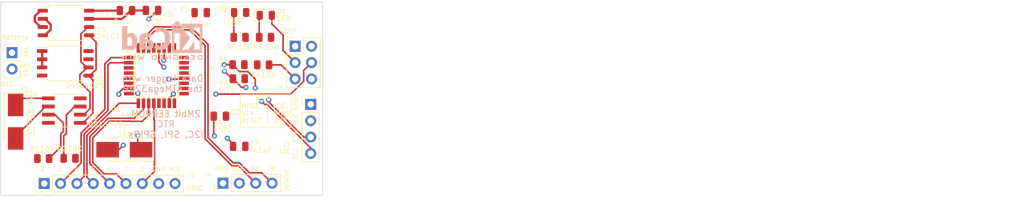
<source format=kicad_pcb>
(kicad_pcb (version 20211014) (generator pcbnew)
  (title_block (title "${project_name}") (date "2022-01-25") (rev "1") (comment 2 "2-Layer PCB"))
  (layers (0 "F.Cu" mixed) (1 "In1.Cu" mixed) (2 "In2.Cu" mixed) (31 "B.Cu" mixed) (34 "B.Paste" user) (35 "F.Paste" user) (36 "B.SilkS" user "B.Silkscreen") (37 "F.SilkS" user "F.Silkscreen") (38 "B.Mask" user) (39 "F.Mask" user) (44 "Edge.Cuts" user))
  (property "project_name" "MCU Datalogger with memory and clock")
  (net 0 "")
  (net 1 "GND")
  (net 2 "/Vcc")
  (net 3 "Net-(C2-Pad2)")
  (net 4 "Net-(C3-Pad2)")
  (net 5 "Net-(C4-Pad2)")
  (net 6 "Net-(D1-Pad1)")
  (net 7 "/SCK")
  (net 8 "Net-(D2-Pad1)")
  (net 9 "/D2")
  (net 10 "/D3")
  (net 11 "/D4")
  (net 12 "/D5")
  (net 13 "/D6")
  (net 14 "/D7")
  (net 15 "/D8")
  (net 16 "/SDA")
  (net 17 "/SCL")
  (net 18 "/MOSI")
  (net 19 "/RESET")
  (net 20 "/RX")
  (net 21 "/TX")
  (net 22 "Net-(R1-Pad2)")
  (net 23 "Net-(R2-Pad2)")
  (net 24 "Net-(U2-Pad1)")
  (net 25 "Net-(U2-Pad2)")
  (net 29 "/MISO")
  (footprint "Resistor_SMD:R_0805_2012Metric" (layer "F.Cu") (at 115.1909 85.8012 180)
    (fp_text reference "R4" (at 2.4403 0.8382) (layer "F.SilkS") (effects (font (size 0.7 0.7) (thickness 0.1))))
    (fp_text value "4.7K" (at 3.1007 -0.6604) (layer "F.SilkS") (effects (font (size 0.8 0.8) (thickness 0.1))))
    (pad "1" smd roundrect (at -0.9125 0 180) (size 1.025 1.4) (layers "F.Cu" "F.Paste" "F.Mask") (roundrect_rratio 0.243902439) (net 2 "/Vcc"))
    (pad "2" smd roundrect (at 0.9125 0 180) (size 1.025 1.4) (layers "F.Cu" "F.Paste" "F.Mask") (roundrect_rratio 0.243902439) (net 16 "/SDA"))
  )
  (footprint "Resistor_SMD:R_0805_2012Metric" (layer "F.Cu") (at 88.9508 100.3554 180)
    (fp_text reference "R2" (at 1.2446 1.4478) (layer "F.SilkS") (effects (font (size 0.7 0.7) (thickness 0.1))))
    (fp_text value "10K" (at -0.8382 1.4986) (layer "F.SilkS") (effects (font (size 0.8 0.8) (thickness 0.1))))
    (pad "1" smd roundrect (at -0.9125 0 180) (size 1.025 1.4) (layers "F.Cu" "F.Paste" "F.Mask") (roundrect_rratio 0.243902439) (net 2 "/Vcc"))
    (pad "2" smd roundrect (at 0.9125 0 180) (size 1.025 1.4) (layers "F.Cu" "F.Paste" "F.Mask") (roundrect_rratio 0.243902439) (net 23 "Net-(R2-Pad2)"))
  )
  (footprint "Resistor_SMD:R_0805_2012Metric" (layer "F.Cu") (at 115.3668 81.5594)
    (fp_text reference "R7" (at -1.2446 1.5494) (layer "F.SilkS") (effects (font (size 0.7 0.7) (thickness 0.1))))
    (fp_text value "330" (at 0.762 1.5494) (layer "F.SilkS") (effects (font (size 0.8 0.8) (thickness 0.1))))
    (pad "1" smd roundrect (at -0.9125 0) (size 1.025 1.4) (layers "F.Cu" "F.Paste" "F.Mask") (roundrect_rratio 0.243902439) (net 8 "Net-(D2-Pad1)"))
    (pad "2" smd roundrect (at 0.9125 0) (size 1.025 1.4) (layers "F.Cu" "F.Paste" "F.Mask") (roundrect_rratio 0.243902439) (net 1 "GND"))
  )
  (footprint "Resistor_SMD:R_0805_2012Metric" (layer "F.Cu") (at 119.3292 81.5594 180)
    (fp_text reference "R5" (at 1.0668 -1.524) (layer "F.SilkS") (effects (font (size 0.7 0.7) (thickness 0.1))))
    (fp_text value "330" (at -0.9906 -1.524) (layer "F.SilkS") (effects (font (size 0.8 0.8) (thickness 0.1))))
    (pad "1" smd roundrect (at -0.9125 0 180) (size 1.025 1.4) (layers "F.Cu" "F.Paste" "F.Mask") (roundrect_rratio 0.243902439) (net 1 "GND"))
    (pad "2" smd roundrect (at 0.9125 0 180) (size 1.025 1.4) (layers "F.Cu" "F.Paste" "F.Mask") (roundrect_rratio 0.243902439) (net 6 "Net-(D1-Pad1)"))
  )
  (footprint "MountingHole:MountingHole_2.1mm" (layer "F.Cu") (at 126.0348 103.8606)
    (fp_text reference "H2" hide)
    (fp_text value "MountingHole" hide)
    (pad "" np_thru_hole circle (at 0 0) (size 2.1 2.1) (drill 2.1) (layers *.Cu *.Mask))
  )
  (footprint "Capacitor_SMD:C_0805_2012Metric" (layer "F.Cu") (at 112.2934 93.8022 180)
    (fp_text reference "C2" (at -2.3978 0.5842) (layer "F.SilkS") (effects (font (size 0.7 0.7) (thickness 0.1))))
    (fp_text value "22pF" (at -0.4826 -1.5748) (layer "F.SilkS") (effects (font (size 0.8 0.8) (thickness 0.1))))
    (pad "1" smd roundrect (at -0.95 0 180) (size 1 1.45) (layers "F.Cu" "F.Paste" "F.Mask") (net 1 "GND"))
    (pad "2" smd roundrect (at 0.95 0 180) (size 1 1.45) (layers "F.Cu" "F.Paste" "F.Mask") (net 3 "Net-(C2-Pad2)"))
  )
  (footprint "LED_SMD:LED_0805_2012Metric" (layer "F.Cu") (at 115.443 77.6986)
    (fp_text reference "D2" (at -2.5654 -0.4826) (layer "F.SilkS") (effects (font (size 0.7 0.7) (thickness 0.1))))
    (fp_text value "LED" (at -0.9144 1.6256) (layer "F.SilkS") (effects (font (size 0.8 0.8) (thickness 0.1))))
    (pad "1" smd roundrect (at -0.9375 0) (size 0.975 1.4) (layers "F.Cu" "F.Paste" "F.Mask") (net 8 "Net-(D2-Pad1)"))
    (pad "2" smd roundrect (at 0.9375 0) (size 0.975 1.4) (layers "F.Cu" "F.Paste" "F.Mask") (net 2 "/Vcc"))
  )
  (footprint "Connector_PinHeader_2.54mm:PinHeader_1x04_P2.54mm_Vertical" (layer "F.Cu") (at 112.786 104.2162 90)
    (fp_text reference "J4" (at 1.2954 -2.4738 180) (layer "F.SilkS") (effects (font (size 0.7 0.7) (thickness 0.1))))
    (fp_text value "Conn_01x04_Male" hide)
    (pad "1" thru_hole rect (at 0 0 90) (size 1.7 1.7) (drill 1) (layers *.Cu *.Mask) (net 1 "GND"))
    (pad "2" thru_hole oval (at 0 2.54 90) (size 1.7 1.7) (drill 1) (layers *.Cu *.Mask) (net 2 "/Vcc"))
    (pad "3" thru_hole oval (at 0 5.08 90) (size 1.7 1.7) (drill 1) (layers *.Cu *.Mask) (net 20 "/RX"))
    (pad "4" thru_hole oval (at 0 7.62 90) (size 1.7 1.7) (drill 1) (layers *.Cu *.Mask) (net 21 "/TX"))
  )
  (footprint "Package_SO:SOIC-8_5.23x5.23mm_P1.27mm" (layer "F.Cu") (at 88.2904 85.598)
    (fp_text reference "U1" (at 5.3594 2.4638) (layer "F.SilkS") (effects (font (size 0.7 0.7) (thickness 0.1))))
    (fp_text value "24LC1025" (at 3.048 3.4544) (layer "F.SilkS") (effects (font (size 0.8 0.8) (thickness 0.1))))
    (pad "1" smd roundrect (at -3.6 -1.905) (size 1.6 0.6) (layers "F.Cu" "F.Paste" "F.Mask") (net 2 "/Vcc"))
    (pad "2" smd roundrect (at -3.6 -0.635) (size 1.6 0.6) (layers "F.Cu" "F.Paste" "F.Mask") (net 2 "/Vcc"))
    (pad "3" smd roundrect (at -3.6 0.635) (size 1.6 0.6) (layers "F.Cu" "F.Paste" "F.Mask") (net 2 "/Vcc"))
    (pad "4" smd roundrect (at -3.6 1.905) (size 1.6 0.6) (layers "F.Cu" "F.Paste" "F.Mask") (net 1 "GND"))
    (pad "5" smd roundrect (at 3.6 1.905) (size 1.6 0.6) (layers "F.Cu" "F.Paste" "F.Mask") (net 16 "/SDA"))
    (pad "6" smd roundrect (at 3.6 0.635) (size 1.6 0.6) (layers "F.Cu" "F.Paste" "F.Mask") (net 17 "/SCL"))
    (pad "7" smd roundrect (at 3.6 -0.635) (size 1.6 0.6) (layers "F.Cu" "F.Paste" "F.Mask") (net 1 "GND"))
    (pad "8" smd roundrect (at 3.6 -1.905) (size 1.6 0.6) (layers "F.Cu" "F.Paste" "F.Mask") (net 2 "/Vcc"))
  )
  (footprint "Crystal:Crystal_SMD_5032-2Pin_5.0x3.2mm_HandSoldering" (layer "F.Cu") (at 80.5688 94.6658 -90)
    (fp_text reference "Y1" (at -5.08 -1.4478 180) (layer "F.SilkS") (effects (font (size 0.7 0.7) (thickness 0.1))))
    (fp_text value "32.768 KHz" (at -1.3208 -2.5146 90) (layer "F.SilkS") (effects (font (size 0.8 0.8) (thickness 0.1))))
    (pad "1" smd rect (at -2.6 0 270) (size 3.5 2.4) (layers "F.Cu" "F.Paste" "F.Mask") (net 24 "Net-(U2-Pad1)"))
    (pad "2" smd rect (at 2.6 0 270) (size 3.5 2.4) (layers "F.Cu" "F.Paste" "F.Mask") (net 25 "Net-(U2-Pad2)"))
  )
  (footprint "Connector_PinHeader_2.54mm:PinHeader_1x09_P2.54mm_Vertical" (layer "F.Cu") (at 85.0138 104.267 90)
    (fp_text reference "J1" (at 1.2192 22.8346 180) (layer "F.SilkS") (effects (font (size 0.7 0.7) (thickness 0.1))))
    (fp_text value "Conn_01x09_Male" hide)
    (pad "1" thru_hole rect (at 0 0 90) (size 1.7 1.7) (drill 1) (layers *.Cu *.Mask) (net 9 "/D2"))
    (pad "2" thru_hole oval (at 0 2.54 90) (size 1.7 1.7) (drill 1) (layers *.Cu *.Mask) (net 10 "/D3"))
    (pad "3" thru_hole oval (at 0 5.08 90) (size 1.7 1.7) (drill 1) (layers *.Cu *.Mask) (net 11 "/D4"))
    (pad "4" thru_hole oval (at 0 7.62 90) (size 1.7 1.7) (drill 1) (layers *.Cu *.Mask) (net 12 "/D5"))
    (pad "5" thru_hole oval (at 0 10.16 90) (size 1.7 1.7) (drill 1) (layers *.Cu *.Mask) (net 13 "/D6"))
    (pad "6" thru_hole oval (at 0 12.7 90) (size 1.7 1.7) (drill 1) (layers *.Cu *.Mask) (net 14 "/D7"))
    (pad "7" thru_hole oval (at 0 15.24 90) (size 1.7 1.7) (drill 1) (layers *.Cu *.Mask) (net 15 "/D8"))
    (pad "8" thru_hole oval (at 0 17.78 90) (size 1.7 1.7) (drill 1) (layers *.Cu *.Mask) (net 1 "GND"))
    (pad "9" thru_hole oval (at 0 20.32 90) (size 1.7 1.7) (drill 1) (layers *.Cu *.Mask) (net 2 "/Vcc"))
  )
  (footprint "Footprints:QFP80P900X900X120-32N" (layer "F.Cu") (at 102.4382 87.503)
    (fp_text reference "U4" (at -6.35 5.1816) (layer "F.SilkS") (effects (font (size 0.7 0.7) (thickness 0.1))))
    (fp_text value "ATMEGA328P-AU" (at -0.508 6.1214) (layer "F.SilkS") (effects (font (size 0.8 0.8) (thickness 0.1))))
    (pad "1" smd rect locked (at -4.3 -2.8) (size 1.5 0.55) (layers "F.Cu" "F.Paste" "F.Mask") (net 10 "/D3"))
    (pad "2" smd rect locked (at -4.3 -2) (size 1.5 0.55) (layers "F.Cu" "F.Paste" "F.Mask") (net 11 "/D4"))
    (pad "3" smd rect locked (at -4.3 -1.2) (size 1.5 0.55) (layers "F.Cu" "F.Paste" "F.Mask") (net 1 "GND"))
    (pad "4" smd rect locked (at -4.3 -0.4) (size 1.5 0.55) (layers "F.Cu" "F.Paste" "F.Mask") (net 2 "/Vcc"))
    (pad "5" smd rect locked (at -4.3 0.4) (size 1.5 0.55) (layers "F.Cu" "F.Paste" "F.Mask") (net 1 "GND"))
    (pad "6" smd rect locked (at -4.3 1.2) (size 1.5 0.55) (layers "F.Cu" "F.Paste" "F.Mask"))
    (pad "7" smd rect locked (at -4.3 2) (size 1.5 0.55) (layers "F.Cu" "F.Paste" "F.Mask") (net 3 "Net-(C2-Pad2)"))
    (pad "8" smd rect locked (at -4.3 2.8) (size 1.5 0.55) (layers "F.Cu" "F.Paste" "F.Mask") (net 4 "Net-(C3-Pad2)"))
    (pad "9" smd rect locked (at -2.8 4.3) (size 0.55 1.5) (layers "F.Cu" "F.Paste" "F.Mask") (net 12 "/D5"))
    (pad "10" smd rect locked (at -2 4.3) (size 0.55 1.5) (layers "F.Cu" "F.Paste" "F.Mask") (net 13 "/D6"))
    (pad "11" smd rect locked (at -1.2 4.3) (size 0.55 1.5) (layers "F.Cu" "F.Paste" "F.Mask") (net 14 "/D7"))
    (pad "12" smd rect locked (at -0.4 4.3) (size 0.55 1.5) (layers "F.Cu" "F.Paste" "F.Mask") (net 15 "/D8"))
    (pad "13" smd rect locked (at 0.4 4.3) (size 0.55 1.5) (layers "F.Cu" "F.Paste" "F.Mask"))
    (pad "14" smd rect locked (at 1.2 4.3) (size 0.55 1.5) (layers "F.Cu" "F.Paste" "F.Mask"))
    (pad "15" smd rect locked (at 2 4.3) (size 0.55 1.5) (layers "F.Cu" "F.Paste" "F.Mask") (net 18 "/MOSI"))
    (pad "16" smd rect locked (at 2.8 4.3) (size 0.55 1.5) (layers "F.Cu" "F.Paste" "F.Mask") (net 29 "/MISO"))
    (pad "17" smd rect locked (at 4.3 2.8) (size 1.5 0.55) (layers "F.Cu" "F.Paste" "F.Mask") (net 7 "/SCK"))
    (pad "18" smd rect locked (at 4.3 2) (size 1.5 0.55) (layers "F.Cu" "F.Paste" "F.Mask") (net 2 "/Vcc"))
    (pad "19" smd rect locked (at 4.3 1.2) (size 1.5 0.55) (layers "F.Cu" "F.Paste" "F.Mask"))
    (pad "20" smd rect locked (at 4.3 0.4) (size 1.5 0.55) (layers "F.Cu" "F.Paste" "F.Mask") (net 5 "Net-(C4-Pad2)"))
    (pad "21" smd rect locked (at 4.3 -0.4) (size 1.5 0.55) (layers "F.Cu" "F.Paste" "F.Mask") (net 1 "GND"))
    (pad "22" smd rect locked (at 4.3 -1.2) (size 1.5 0.55) (layers "F.Cu" "F.Paste" "F.Mask"))
    (pad "23" smd rect locked (at 4.3 -2) (size 1.5 0.55) (layers "F.Cu" "F.Paste" "F.Mask"))
    (pad "24" smd rect locked (at 4.3 -2.8) (size 1.5 0.55) (layers "F.Cu" "F.Paste" "F.Mask"))
    (pad "25" smd rect locked (at 2.8 -4.3) (size 0.55 1.5) (layers "F.Cu" "F.Paste" "F.Mask"))
    (pad "26" smd rect locked (at 2 -4.3) (size 0.55 1.5) (layers "F.Cu" "F.Paste" "F.Mask"))
    (pad "27" smd rect locked (at 1.2 -4.3) (size 0.55 1.5) (layers "F.Cu" "F.Paste" "F.Mask") (net 16 "/SDA"))
    (pad "28" smd rect locked (at 0.4 -4.3) (size 0.55 1.5) (layers "F.Cu" "F.Paste" "F.Mask") (net 17 "/SCL"))
    (pad "29" smd rect locked (at -0.4 -4.3) (size 0.55 1.5) (layers "F.Cu" "F.Paste" "F.Mask") (net 19 "/RESET"))
    (pad "30" smd rect locked (at -1.2 -4.3) (size 0.55 1.5) (layers "F.Cu" "F.Paste" "F.Mask") (net 20 "/RX"))
    (pad "31" smd rect locked (at -2 -4.3) (size 0.55 1.5) (layers "F.Cu" "F.Paste" "F.Mask") (net 21 "/TX"))
    (pad "32" smd rect locked (at -2.8 -4.3) (size 0.55 1.5) (layers "F.Cu" "F.Paste" "F.Mask") (net 9 "/D2"))
  )
  (footprint "Package_SO:SOIC-8_5.23x5.23mm_P1.27mm" (layer "F.Cu") (at 88.392 79.3242)
    (fp_text reference "U3" (at 5.4356 1.0414) (layer "F.SilkS") (effects (font (size 0.7 0.7) (thickness 0.1))))
    (fp_text value "24LC1025" (at 7.7216 2.032) (layer "F.SilkS") (effects (font (size 0.8 0.8) (thickness 0.1))))
    (pad "1" smd roundrect (at -3.6 -1.905) (size 1.6 0.6) (layers "F.Cu" "F.Paste" "F.Mask") (net 2 "/Vcc"))
    (pad "2" smd roundrect (at -3.6 -0.635) (size 1.6 0.6) (layers "F.Cu" "F.Paste" "F.Mask") (net 1 "GND"))
    (pad "3" smd roundrect (at -3.6 0.635) (size 1.6 0.6) (layers "F.Cu" "F.Paste" "F.Mask") (net 2 "/Vcc"))
    (pad "4" smd roundrect (at -3.6 1.905) (size 1.6 0.6) (layers "F.Cu" "F.Paste" "F.Mask") (net 1 "GND"))
    (pad "5" smd roundrect (at 3.6 1.905) (size 1.6 0.6) (layers "F.Cu" "F.Paste" "F.Mask") (net 16 "/SDA"))
    (pad "6" smd roundrect (at 3.6 0.635) (size 1.6 0.6) (layers "F.Cu" "F.Paste" "F.Mask") (net 17 "/SCL"))
    (pad "7" smd roundrect (at 3.6 -0.635) (size 1.6 0.6) (layers "F.Cu" "F.Paste" "F.Mask") (net 1 "GND"))
    (pad "8" smd roundrect (at 3.6 -1.905) (size 1.6 0.6) (layers "F.Cu" "F.Paste" "F.Mask") (net 2 "/Vcc"))
  )
  (footprint "LED_SMD:LED_0805_2012Metric" (layer "F.Cu") (at 119.4308 78.1304)
    (fp_text reference "D1" (at 2.4892 -0.5842) (layer "F.SilkS") (effects (font (size 0.7 0.7) (thickness 0.1))))
    (fp_text value "LED" (at 2.8448 0.4826) (layer "F.SilkS") (effects (font (size 0.8 0.8) (thickness 0.1))))
    (pad "1" smd roundrect (at -0.9375 0) (size 0.975 1.4) (layers "F.Cu" "F.Paste" "F.Mask") (net 6 "Net-(D1-Pad1)"))
    (pad "2" smd roundrect (at 0.9375 0) (size 0.975 1.4) (layers "F.Cu" "F.Paste" "F.Mask") (net 7 "/SCK"))
  )
  (footprint "Connector_PinHeader_2.54mm:PinHeader_2x03_P2.54mm_Vertical" (layer "F.Cu") (at 123.9978 82.946)
    (fp_text reference "J3" (at -2.5096 6.5128) (layer "F.SilkS") (effects (font (size 0.7 0.7) (thickness 0.1))))
    (fp_text value "Conn_02x03_Odd_Even" hide)
    (pad "1" thru_hole rect (at 0 0) (size 1.7 1.7) (drill 1) (layers *.Cu *.Mask) (net 29 "/MISO"))
    (pad "2" thru_hole oval (at 2.54 0) (size 1.7 1.7) (drill 1) (layers *.Cu *.Mask) (net 2 "/Vcc"))
    (pad "3" thru_hole oval (at 0 2.54) (size 1.7 1.7) (drill 1) (layers *.Cu *.Mask) (net 7 "/SCK"))
    (pad "4" thru_hole oval (at 2.54 2.54) (size 1.7 1.7) (drill 1) (layers *.Cu *.Mask) (net 18 "/MOSI"))
    (pad "5" thru_hole oval (at 0 5.08) (size 1.7 1.7) (drill 1) (layers *.Cu *.Mask) (net 19 "/RESET"))
    (pad "6" thru_hole oval (at 2.54 5.08) (size 1.7 1.7) (drill 1) (layers *.Cu *.Mask) (net 1 "GND"))
  )
  (footprint "MountingHole:MountingHole_2.1mm" (layer "F.Cu") (at 80.518 78.3336)
    (fp_text reference "H3" hide)
    (fp_text value "MountingHole" hide)
    (pad "" np_thru_hole circle (at 0 0) (size 2.1 2.1) (drill 2.1) (layers *.Cu *.Mask))
  )
  (footprint "Resistor_SMD:R_0805_2012Metric" (layer "F.Cu") (at 115.2398 87.9856 180)
    (fp_text reference "R3" (at 2.413 -0.5334) (layer "F.SilkS") (effects (font (size 0.7 0.7) (thickness 0.1))))
    (fp_text value "4.7K" (at 1.8288 -1.7272) (layer "F.SilkS") (effects (font (size 0.8 0.8) (thickness 0.1))))
    (pad "1" smd roundrect (at -0.9125 0 180) (size 1.025 1.4) (layers "F.Cu" "F.Paste" "F.Mask") (roundrect_rratio 0.243902439) (net 2 "/Vcc"))
    (pad "2" smd roundrect (at 0.9125 0 180) (size 1.025 1.4) (layers "F.Cu" "F.Paste" "F.Mask") (roundrect_rratio 0.243902439) (net 17 "/SCL"))
  )
  (footprint "MountingHole:MountingHole_2.1mm" (layer "F.Cu") (at 126.0348 78.3082)
    (fp_text reference "H1" hide)
    (fp_text value "MountingHole" hide)
    (pad "" np_thru_hole circle (at 0 0) (size 2.1 2.1) (drill 2.1) (layers *.Cu *.Mask))
  )
  (footprint "MountingHole:MountingHole_2.1mm" (layer "F.Cu") (at 80.518 103.8098)
    (fp_text reference "H4" hide)
    (fp_text value "MountingHole" hide)
    (pad "" np_thru_hole circle (at 0 0) (size 2.1 2.1) (drill 2.1) (layers *.Cu *.Mask))
  )
  (footprint "Capacitor_SMD:C_0805_2012Metric" (layer "F.Cu") (at 109.3216 77.724)
    (fp_text reference "C5" (at -2.4892 -0.508) (layer "F.SilkS") (effects (font (size 0.7 0.7) (thickness 0.1))))
    (fp_text value "100nF" (at 0 1.68) (layer "F.SilkS") (effects (font (size 0.8 0.8) (thickness 0.1))))
    (pad "1" smd roundrect (at -0.95 0) (size 1 1.45) (layers "F.Cu" "F.Paste" "F.Mask") (net 2 "/Vcc"))
    (pad "2" smd roundrect (at 0.95 0) (size 1 1.45) (layers "F.Cu" "F.Paste" "F.Mask") (net 1 "GND"))
  )
  (footprint "Capacitor_SMD:C_0805_2012Metric" (layer "F.Cu") (at 97.7138 77.3938)
    (fp_text reference "C1" (at -2.3622 0.6096) (layer "F.SilkS") (effects (font (size 0.7 0.7) (thickness 0.1))))
    (fp_text value "0.1uF" (at -0.254 1.7018) (layer "F.SilkS") (effects (font (size 0.8 0.8) (thickness 0.1))))
    (pad "1" smd roundrect (at -0.95 0) (size 1 1.45) (layers "F.Cu" "F.Paste" "F.Mask") (net 2 "/Vcc"))
    (pad "2" smd roundrect (at 0.95 0) (size 1 1.45) (layers "F.Cu" "F.Paste" "F.Mask") (net 1 "GND"))
  )
  (footprint "Crystal:Crystal_SMD_5032-2Pin_5.0x3.2mm_HandSoldering" (layer "F.Cu") (at 97.4598 99.0092 180)
    (fp_text reference "Y2" (at -4.064 2.3622) (layer "F.SilkS") (effects (font (size 0.7 0.7) (thickness 0.1))))
    (fp_text value "16MHz" (at -0.9398 2.4384) (layer "F.SilkS") (effects (font (size 0.8 0.8) (thickness 0.1))))
    (pad "1" smd rect (at -2.6 0 180) (size 3.5 2.4) (layers "F.Cu" "F.Paste" "F.Mask") (net 4 "Net-(C3-Pad2)"))
    (pad "2" smd rect (at 2.6 0 180) (size 3.5 2.4) (layers "F.Cu" "F.Paste" "F.Mask") (net 3 "Net-(C2-Pad2)"))
  )
  (footprint "Connector_PinHeader_2.54mm:PinHeader_1x04_P2.54mm_Vertical" (layer "F.Cu") (at 126.4158 91.9734)
    (fp_text reference "J2" (at -3.7338 6.2738 180) (layer "F.SilkS") (effects (font (size 0.7 0.7) (thickness 0.1))))
    (fp_text value "Conn_01x04_Male" hide)
    (pad "1" thru_hole rect (at 0 0) (size 1.7 1.7) (drill 1) (layers *.Cu *.Mask) (net 1 "GND"))
    (pad "2" thru_hole oval (at 0 2.54) (size 1.7 1.7) (drill 1) (layers *.Cu *.Mask) (net 2 "/Vcc"))
    (pad "3" thru_hole oval (at 0 5.08) (size 1.7 1.7) (drill 1) (layers *.Cu *.Mask) (net 16 "/SDA"))
    (pad "4" thru_hole oval (at 0 7.62) (size 1.7 1.7) (drill 1) (layers *.Cu *.Mask) (net 17 "/SCL"))
  )
  (footprint "Connector_PinHeader_2.54mm:PinHeader_1x02_P2.54mm_Vertical" (layer "F.Cu") (at 80.01 83.942)
    (fp_text reference "BT1" (at -0.7874 4.9326) (layer "F.SilkS") (effects (font (size 0.7 0.7) (thickness 0.1))))
    (fp_text value "Battery" (at 0.4318 -2.408 180) (layer "F.SilkS") (effects (font (size 0.8 0.8) (thickness 0.1))))
    (pad "1" thru_hole rect (at 0 0) (size 1.7 1.7) (drill 1) (layers *.Cu *.Mask) (net 2 "/Vcc"))
    (pad "2" thru_hole oval (at 0 2.54) (size 1.7 1.7) (drill 1) (layers *.Cu *.Mask) (net 1 "GND"))
  )
  (footprint "Resistor_SMD:R_0805_2012Metric" (layer "F.Cu") (at 84.8614 100.3808)
    (fp_text reference "R1" (at -1.2954 -1.4986) (layer "F.SilkS") (effects (font (size 0.7 0.7) (thickness 0.1))))
    (fp_text value "10K" (at 0.635 -1.4478) (layer "F.SilkS") (effects (font (size 0.8 0.8) (thickness 0.1))))
    (pad "1" smd roundrect (at -0.9125 0) (size 1.025 1.4) (layers "F.Cu" "F.Paste" "F.Mask") (roundrect_rratio 0.243902439) (net 2 "/Vcc"))
    (pad "2" smd roundrect (at 0.9125 0) (size 1.025 1.4) (layers "F.Cu" "F.Paste" "F.Mask") (roundrect_rratio 0.243902439) (net 22 "Net-(R1-Pad2)"))
  )
  (footprint "Resistor_SMD:R_0805_2012Metric" (layer "F.Cu") (at 119.0244 85.8266)
    (fp_text reference "R6" (at -1.0922 1.5494) (layer "F.SilkS") (effects (font (size 0.7 0.7) (thickness 0.1))))
    (fp_text value "10K" (at 0.8128 1.5748) (layer "F.SilkS") (effects (font (size 0.8 0.8) (thickness 0.1))))
    (pad "1" smd roundrect (at -0.9125 0) (size 1.025 1.4) (layers "F.Cu" "F.Paste" "F.Mask") (roundrect_rratio 0.243902439) (net 2 "/Vcc"))
    (pad "2" smd roundrect (at 0.9125 0) (size 1.025 1.4) (layers "F.Cu" "F.Paste" "F.Mask") (roundrect_rratio 0.243902439) (net 19 "/RESET"))
  )
  (footprint "Footprints:SOIC127P600X175-8N" (layer "F.Cu") (at 88.138 92.9386)
    (fp_text reference "U2" (at 4.4704 1.016) (layer "F.SilkS") (effects (font (size 0.7 0.7) (thickness 0.1))))
    (fp_text value "DS1337S+" (at 6.9088 2.2098) (layer "F.SilkS") (effects (font (size 0.8 0.8) (thickness 0.1))))
    (pad "1" smd roundrect locked (at -2.475 -1.905) (size 1.97 0.59) (layers "F.Cu" "F.Paste" "F.Mask") (roundrect_rratio 0.07) (net 24 "Net-(U2-Pad1)"))
    (pad "2" smd roundrect locked (at -2.475 -0.635) (size 1.97 0.59) (layers "F.Cu" "F.Paste" "F.Mask") (roundrect_rratio 0.07) (net 25 "Net-(U2-Pad2)"))
    (pad "3" smd roundrect locked (at -2.475 0.635) (size 1.97 0.59) (layers "F.Cu" "F.Paste" "F.Mask") (roundrect_rratio 0.07) (net 22 "Net-(R1-Pad2)"))
    (pad "4" smd roundrect locked (at -2.475 1.905) (size 1.97 0.59) (layers "F.Cu" "F.Paste" "F.Mask") (roundrect_rratio 0.07) (net 1 "GND"))
    (pad "5" smd roundrect locked (at 2.475 1.905) (size 1.97 0.59) (layers "F.Cu" "F.Paste" "F.Mask") (roundrect_rratio 0.07) (net 16 "/SDA"))
    (pad "6" smd roundrect locked (at 2.475 0.635) (size 1.97 0.59) (layers "F.Cu" "F.Paste" "F.Mask") (roundrect_rratio 0.07) (net 17 "/SCL"))
    (pad "7" smd roundrect locked (at 2.475 -0.635) (size 1.97 0.59) (layers "F.Cu" "F.Paste" "F.Mask") (roundrect_rratio 0.07) (net 23 "Net-(R2-Pad2)"))
    (pad "8" smd roundrect locked (at 2.475 -1.905) (size 1.97 0.59) (layers "F.Cu" "F.Paste" "F.Mask") (roundrect_rratio 0.07) (net 2 "/Vcc"))
  )
  (footprint "Capacitor_SMD:C_0805_2012Metric" (layer "F.Cu") (at 101.7524 77.3684)
    (fp_text reference "C3" (at 2.4384 0.635) (layer "F.SilkS") (effects (font (size 0.7 0.7) (thickness 0.1))))
    (fp_text value "22pF" (at 0.381 1.6256) (layer "F.SilkS") (effects (font (size 0.8 0.8) (thickness 0.1))))
    (pad "1" smd roundrect (at -0.95 0) (size 1 1.45) (layers "F.Cu" "F.Paste" "F.Mask") (net 1 "GND"))
    (pad "2" smd roundrect (at 0.95 0) (size 1 1.45) (layers "F.Cu" "F.Paste" "F.Mask") (net 4 "Net-(C3-Pad2)"))
  )
  (footprint "Capacitor_SMD:C_0805_2012Metric" (layer "F.Cu") (at 115.3058 98.5012 180)
    (fp_text reference "C4" (at -2.5248 0.5842) (layer "F.SilkS") (effects (font (size 0.7 0.7) (thickness 0.1))))
    (fp_text value "0.1uF" (at -3.4646 -0.5588) (layer "F.SilkS") (effects (font (size 0.8 0.8) (thickness 0.1))))
    (pad "1" smd roundrect (at -0.95 0 180) (size 1 1.45) (layers "F.Cu" "F.Paste" "F.Mask") (net 1 "GND"))
    (pad "2" smd roundrect (at 0.95 0 180) (size 1 1.45) (layers "F.Cu" "F.Paste" "F.Mask") (net 5 "Net-(C4-Pad2)"))
  )
  (footprint "Symbol:KiCad-Logo2_5mm_SilkScreen" (layer "B.Cu") (at 103.3018 82.042 180)
    (fp_text reference "REF**" hide)
    (fp_text value "KiCad-Logo2_5mm_SilkScreen" hide)
  )
  (gr_rect (start 115.4684 90.3986) (end 123.3424 95.504) (layer "F.SilkS") (width 0.1) (fill none))
  (gr_rect (start 78.2574 76.073) (end 128.27 106.0958) (layer "Edge.Cuts") (width 0.1) (fill none))
  (gr_text "Data logger with\nthe ATMega328P" (at 103.4034 88.7476) (layer "B.SilkS") (effects (font (size 1 1)) (justify mirror)))
  (gr_text "2Mbit EEPROM\nRTC\nI2C, SPI, GPIOs" (at 103.9114 95.0468) (layer "B.SilkS") (effects (font (size 1 1)) (justify mirror)))
  (gr_text "2" (at 84.7344 101.981) (layer "F.SilkS") (effects (font (size 0.7 0.7) (thickness 0.1))))
  (gr_text "3" (at 87.4776 102.0064) (layer "F.SilkS") (effects (font (size 0.7 0.7) (thickness 0.1))))
  (gr_text "VCC" (at 124.1044 94.361 90) (layer "F.SilkS") (effects (font (size 0.7 0.7) (thickness 0.1))))
  (gr_text "I2C" (at 122.428 99.2632) (layer "F.SilkS") (effects (font (size 0.7 0.7) (thickness 0.1))))
  (gr_text "VCC" (at 105.3592 102.0318) (layer "F.SilkS") (effects (font (size 0.7 0.7) (thickness 0.1))))
  (gr_text "Vcc" (at 82.2198 83.8454 270) (layer "F.SilkS") (effects (font (size 0.7 0.7) (thickness 0.1))))
  (gr_text "RX" (at 117.7798 101.9302) (layer "F.SilkS") (effects (font (size 0.7 0.7) (thickness 0.1))))
  (gr_text "5" (at 92.5576 102.0318) (layer "F.SilkS") (effects (font (size 0.7 0.7) (thickness 0.1))))
  (gr_text "SCL" (at 124.0282 99.6188 90) (layer "F.SilkS") (effects (font (size 0.7 0.7) (thickness 0.1))))
  (gr_text "VCC" (at 115.1636 101.9556) (layer "F.SilkS") (effects (font (size 0.7 0.7) (thickness 0.1))))
  (gr_text "GND" (at 112.5728 101.9302) (layer "F.SilkS") (effects (font (size 0.7 0.7) (thickness 0.1))))
  (gr_text "6" (at 95.1484 102.0318) (layer "F.SilkS") (effects (font (size 0.7 0.7) (thickness 0.1))))
  (gr_text "SDA" (at 124.0536 96.9772 90) (layer "F.SilkS") (effects (font (size 0.7 0.7) (thickness 0.1))))
  (gr_text "7" (at 97.7138 102.0318) (layer "F.SilkS") (effects (font (size 0.7 0.7) (thickness 0.1))))
  (gr_text "TX" (at 120.269 101.9556) (layer "F.SilkS") (effects (font (size 0.7 0.7) (thickness 0.1))))
  (gr_text "GPIO" (at 108.4326 105.029) (layer "F.SilkS") (effects (font (size 0.7 0.7) (thickness 0.1))))
  (gr_text "GND" (at 82.2198 86.6394 270) (layer "F.SilkS") (effects (font (size 0.7 0.7) (thickness 0.1))))
  (gr_text "GND" (at 124.0282 91.821 90) (layer "F.SilkS") (effects (font (size 0.7 0.7) (thickness 0.1))))
  (gr_text "    ICSP\nMISO  | VCC\nSCK   | MOSI\nRESET | GND" (at 115.6208 92.7862) (layer "F.SilkS") (effects (font (size 0.7 0.7) (thickness 0.1)) (justify left)))
  (gr_text "SERIAL" (at 122.7328 103.8098 270) (layer "F.SilkS") (effects (font (size 0.7 0.7) (thickness 0.1))))
  (gr_text "4" (at 90.043 102.0318) (layer "F.SilkS") (effects (font (size 0.7 0.7) (thickness 0.1))))
  (gr_text "GND" (at 102.7938 102.0318) (layer "F.SilkS") (effects (font (size 0.7 0.7) (thickness 0.1))))
  (gr_text "8" (at 100.2284 102.0318) (layer "F.SilkS") (effects (font (size 0.7 0.7) (thickness 0.1))))
  (gr_text "ICSP" (at 123.063 80.6196) (layer "F.SilkS") (effects (font (size 0.7 0.7) (thickness 0.1))))
  (segment (start 98.442715 77.3938) (end 98.6638 77.3938) (width 0.35) (layer "F.Cu") (net 1))
  (segment (start 91.992 78.6892) (end 97.147315 78.6892) (width 0.35) (layer "F.Cu") (net 1))
  (segment (start 84.792 81.2292) (end 85.134493 81.2292) (width 0.35) (layer "F.Cu") (net 1))
  (segment (start 85.134493 78.6892) (end 84.792 78.6892) (width 0.35) (layer "F.Cu") (net 1))
  (segment (start 86.01652 79.571227) (end 85.134493 78.6892) (width 0.35) (layer "F.Cu") (net 1))
  (segment (start 100.777 77.3938) (end 100.8024 77.3684) (width 0.35) (layer "F.Cu") (net 1))
  (segment (start 85.134493 81.2292) (end 86.01652 80.347173) (width 0.35) (layer "F.Cu") (net 1))
  (segment (start 97.147315 78.6892) (end 98.442715 77.3938) (width 0.35) (layer "F.Cu") (net 1))
  (segment (start 86.01652 80.347173) (end 86.01652 79.571227) (width 0.35) (layer "F.Cu") (net 1))
  (segment (start 98.6638 77.3938) (end 100.777 77.3938) (width 0.35) (layer "F.Cu") (net 1))
  (segment (start 83.56748 78.264698) (end 83.56748 79.077173) (width 0.35) (layer "F.Cu") (net 2))
  (segment (start 83.56748 79.077173) (end 84.449507 79.9592) (width 0.35) (layer "F.Cu") (net 2))
  (segment (start 91.992 77.4192) (end 96.7384 77.4192) (width 0.35) (layer "F.Cu") (net 2))
  (segment (start 96.7384 77.4192) (end 96.7638 77.3938) (width 0.35) (layer "F.Cu") (net 2))
  (segment (start 84.6904 86.233) (end 84.6904 84.963) (width 0.35) (layer "F.Cu") (net 2))
  (segment (start 84.412978 77.4192) (end 83.56748 78.264698) (width 0.35) (layer "F.Cu") (net 2))
  (segment (start 84.6904 83.693) (end 84.6904 84.963) (width 0.35) (layer "F.Cu") (net 2))
  (segment (start 84.449507 79.9592) (end 84.792 79.9592) (width 0.35) (layer "F.Cu") (net 2))
  (segment (start 84.792 77.4192) (end 84.412978 77.4192) (width 0.35) (layer "F.Cu") (net 2))
  (segment (start 96.5962 90.3986) (end 96.5962 90.170978) (width 0.25) (layer "F.Cu") (net 3))
  (segment (start 96.5962 99.0092) (end 97.282 98.3234) (width 0.25) (layer "F.Cu") (net 3))
  (segment (start 94.8598 99.0092) (end 96.5962 99.0092) (width 0.25) (layer "F.Cu") (net 3))
  (segment (start 111.4552 96.8756) (end 111.3434 96.7638) (width 0.25) (layer "F.Cu") (net 3))
  (segment (start 111.3434 96.7638) (end 111.3434 93.8022) (width 0.25) (layer "F.Cu") (net 3))
  (segment (start 97.264178 89.503) (end 98.1382 89.503) (width 0.25) (layer "F.Cu") (net 3))
  (segment (start 96.5962 90.170978) (end 97.264178 89.503) (width 0.25) (layer "F.Cu") (net 3))
  (via (at 96.5962 90.3986) (size 0.8) (drill 0.4) (layers "F.Cu" "B.Cu") (net 3))
  (via (at 111.4552 96.8756) (size 0.8) (drill 0.4) (layers "F.Cu" "B.Cu") (net 3))
  (via (at 97.282 98.3234) (size 0.8) (drill 0.4) (layers "F.Cu" "B.Cu") (net 3))
  (segment (start 101.245444 78.721941) (end 101.245444 78.713556) (width 0.25) (layer "F.Cu") (net 4))
  (segment (start 99.5426 98.492) (end 100.0598 99.0092) (width 0.25) (layer "F.Cu") (net 4))
  (segment (start 102.5906 77.3684) (end 102.7024 77.3684) (width 0.25) (layer "F.Cu") (net 4))
  (segment (start 101.245444 78.713556) (end 102.5906 77.3684) (width 0.25) (layer "F.Cu") (net 4))
  (segment (start 98.1382 90.303) (end 99.5112 90.303) (width 0.25) (layer "F.Cu") (net 4))
  (segment (start 99.5426 96.7994) (end 99.5426 98.492) (width 0.25) (layer "F.Cu") (net 4))
  (segment (start 99.5112 90.303) (end 99.5426 90.2716) (width 0.25) (layer "F.Cu") (net 4))
  (via (at 99.5426 90.2716) (size 0.8) (drill 0.4) (layers "F.Cu" "B.Cu") (net 4))
  (via (at 99.5426 96.7994) (size 0.8) (drill 0.4) (layers "F.Cu" "B.Cu") (net 4))
  (via (at 101.245444 78.721941) (size 0.8) (drill 0.4) (layers "F.Cu" "B.Cu") (net 4))
  (segment (start 114.3558 98.5012) (end 114.3558 98.1252) (width 0.25) (layer "F.Cu") (net 5))
  (segment (start 114.3558 98.1252) (end 113.4618 97.2312) (width 0.25) (layer "F.Cu") (net 5))
  (segment (start 106.5794 88.0618) (end 106.7382 87.903) (width 0.25) (layer "F.Cu") (net 5))
  (segment (start 104.3686 88.0618) (end 106.5794 88.0618) (width 0.25) (layer "F.Cu") (net 5))
  (via (at 104.3686 88.0618) (size 0.8) (drill 0.4) (layers "F.Cu" "B.Cu") (net 5))
  (via (at 113.4618 97.2312) (size 0.8) (drill 0.4) (layers "F.Cu" "B.Cu") (net 5))
  (segment (start 118.4167 78.207) (end 118.4933 78.1304) (width 0.25) (layer "F.Cu") (net 6))
  (segment (start 118.4167 81.5594) (end 118.4167 78.207) (width 0.25) (layer "F.Cu") (net 6))
  (segment (start 122.1232 81.2292) (end 122.1232 83.6168) (width 0.25) (layer "F.Cu") (net 7))
  (segment (start 122.1232 83.6168) (end 122.1286 83.6168) (width 0.25) (layer "F.Cu") (net 7))
  (segment (start 120.3683 78.1304) (end 120.3683 79.4743) (width 0.25) (layer "F.Cu") (net 7))
  (segment (start 122.1286 83.6168) (end 123.9978 85.486) (width 0.25) (layer "F.Cu") (net 7))
  (segment (start 120.3683 79.4743) (end 122.1232 81.2292) (width 0.25) (layer "F.Cu") (net 7))
  (segment (start 114.4543 77.7498) (end 114.5055 77.6986) (width 0.25) (layer "F.Cu") (net 8))
  (segment (start 114.4543 81.5594) (end 114.4543 77.7498) (width 0.25) (layer "F.Cu") (net 8))
  (segment (start 97.1322 84.709) (end 95.4024 84.709) (width 0.25) (layer "F.Cu") (net 10))
  (segment (start 95.4024 84.709) (end 94.4372 85.6742) (width 0.25) (layer "F.Cu") (net 10))
  (segment (start 90.75032 96.421027) (end 90.75032 101.07048) (width 0.25) (layer "F.Cu") (net 10))
  (segment (start 90.75032 101.07048) (end 87.5538 104.267) (width 0.25) (layer "F.Cu") (net 10))
  (segment (start 97.1382 84.703) (end 97.1322 84.709) (width 0.25) (layer "F.Cu") (net 10))
  (segment (start 94.4372 92.734147) (end 90.75032 96.421027) (width 0.25) (layer "F.Cu") (net 10))
  (segment (start 94.4372 85.6742) (end 94.4372 92.734147) (width 0.25) (layer "F.Cu") (net 10))
  (segment (start 98.1382 84.703) (end 97.1382 84.703) (width 0.25) (layer "F.Cu") (net 10))
  (segment (start 95.244118 85.503) (end 94.907459 85.839659) (width 0.25) (layer "F.Cu") (net 11))
  (segment (start 91.19984 103.16096) (end 90.0938 104.267) (width 0.25) (layer "F.Cu") (net 11))
  (segment (start 91.19984 96.607224) (end 91.19984 103.16096) (width 0.25) (layer "F.Cu") (net 11))
  (segment (start 94.907459 92.899605) (end 91.19984 96.607224) (width 0.25) (layer "F.Cu") (net 11))
  (segment (start 98.1382 85.503) (end 95.244118 85.503) (width 0.25) (layer "F.Cu") (net 11))
  (segment (start 94.907459 85.839659) (end 94.907459 92.899605) (width 0.25) (layer "F.Cu") (net 11))
  (segment (start 96.639782 91.803) (end 99.6382 91.803) (width 0.25) (layer "F.Cu") (net 12))
  (segment (start 91.64936 96.793422) (end 96.639782 91.803) (width 0.25) (layer "F.Cu") (net 12))
  (segment (start 92.6338 104.267) (end 91.64936 103.28256) (width 0.25) (layer "F.Cu") (net 12))
  (segment (start 91.64936 103.28256) (end 91.64936 96.793422) (width 0.25) (layer "F.Cu") (net 12))
  (segment (start 95.1738 104.267) (end 92.09888 101.19208) (width 0.25) (layer "F.Cu") (net 13))
  (segment (start 92.09888 96.97962) (end 94.94565 94.13285) (width 0.25) (layer "F.Cu") (net 13))
  (segment (start 98.9838 94.1578) (end 100.4382 92.7034) (width 0.25) (layer "F.Cu") (net 13))
  (segment (start 100.4382 92.7034) (end 100.4382 91.803) (width 0.25) (layer "F.Cu") (net 13))
  (segment (start 94.94565 94.13285) (end 98.95885 94.13285) (width 0.25) (layer "F.Cu") (net 13))
  (segment (start 98.95885 94.13285) (end 98.9838 94.1578) (width 0.25) (layer "F.Cu") (net 13))
  (segment (start 92.09888 101.19208) (end 92.09888 96.97962) (width 0.25) (layer "F.Cu") (net 13))
  (segment (start 94.335959 102.793441) (end 92.5484 101.005882) (width 0.25) (layer "F.Cu") (net 14))
  (segment (start 92.5484 101.005882) (end 92.5484 97.165818) (width 0.25) (layer "F.Cu") (net 14))
  (segment (start 98.3996 94.58237) (end 98.42455 94.60732) (width 0.25) (layer "F.Cu") (net 14))
  (segment (start 98.42455 94.60732) (end 100.23608 94.60732) (width 0.25) (layer "F.Cu") (net 14))
  (segment (start 101.2382 93.6052) (end 101.2382 91.803) (width 0.25) (layer "F.Cu") (net 14))
  (segment (start 100.23608 94.60732) (end 101.2382 93.6052) (width 0.25) (layer "F.Cu") (net 14))
  (segment (start 96.240241 102.793441) (end 94.335959 102.793441) (width 0.25) (layer "F.Cu") (net 14))
  (segment (start 92.5484 97.165818) (end 95.131848 94.58237) (width 0.25) (layer "F.Cu") (net 14))
  (segment (start 95.131848 94.58237) (end 98.3996 94.58237) (width 0.25) (layer "F.Cu") (net 14))
  (segment (start 97.7138 104.267) (end 96.240241 102.793441) (width 0.25) (layer "F.Cu") (net 14))
  (segment (start 102.134311 102.386489) (end 102.134311 94.463511) (width 0.25) (layer "F.Cu") (net 15))
  (segment (start 102.0382 94.3674) (end 102.0382 91.803) (width 0.25) (layer "F.Cu") (net 15))
  (segment (start 100.2538 104.267) (end 102.134311 102.386489) (width 0.25) (layer "F.Cu") (net 15))
  (segment (start 102.134311 94.463511) (end 102.0382 94.3674) (width 0.25) (layer "F.Cu") (net 15))
  (segment (start 91.057747 94.8436) (end 92.57532 93.326027) (width 0.25) (layer "F.Cu") (net 16))
  (segment (start 92.57532 93.326027) (end 92.57532 88.18792) (width 0.25) (layer "F.Cu") (net 16))
  (segment (start 93.06492 82.30212) (end 91.992 81.2292) (width 0.25) (layer "F.Cu") (net 16))
  (segment (start 113.0046 85.8012) (end 112.9792 85.8266) (width 0.25) (layer "F.Cu") (net 16))
  (segment (start 114.2784 85.8012) (end 113.0046 85.8012) (width 0.25) (layer "F.Cu") (net 16))
  (segment (start 103.5812 85.1408) (end 103.6382 85.0838) (width 0.25) (layer "F.Cu") (net 16))
  (segment (start 103.6382 85.0838) (end 103.6382 83.203) (width 0.25) (layer "F.Cu") (net 16))
  (segment (start 92.091472 87.503) (end 93.06492 86.529552) (width 0.25) (layer "F.Cu") (net 16))
  (segment (start 115.35292 86.87572) (end 116.638124 86.87572) (width 0.25) (layer "F.Cu") (net 16))
  (segment (start 119.888 91.591682) (end 125.349718 97.0534) (width 0.25) (layer "F.Cu") (net 16))
  (segment (start 90.613 94.8436) (end 91.057747 94.8436) (width 0.25) (layer "F.Cu") (net 16))
  (segment (start 117.8052 88.042796) (end 117.8052 89.4334) (width 0.25) (layer "F.Cu") (net 16))
  (segment (start 92.57532 88.18792) (end 91.8904 87.503) (width 0.25) (layer "F.Cu") (net 16))
  (segment (start 125.349718 97.0534) (end 126.4158 97.0534) (width 0.25) (layer "F.Cu") (net 16))
  (segment (start 116.638124 86.87572) (end 117.8052 88.042796) (width 0.25) (layer "F.Cu") (net 16))
  (segment (start 91.8904 87.503) (end 92.091472 87.503) (width 0.25) (layer "F.Cu") (net 16))
  (segment (start 119.888 91.2622) (end 119.888 91.591682) (width 0.25) (layer "F.Cu") (net 16))
  (segment (start 114.2784 85.8012) (end 115.35292 86.87572) (width 0.25) (layer "F.Cu") (net 16))
  (segment (start 93.06492 86.529552) (end 93.06492 82.30212) (width 0.25) (layer "F.Cu") (net 16))
  (via (at 119.888 91.2622) (size 0.8) (drill 0.4) (layers "F.Cu" "B.Cu") (net 16))
  (via (at 112.9792 85.8266) (size 0.8) (drill 0.4) (layers "F.Cu" "B.Cu") (net 16))
  (via (at 117.8052 89.4334) (size 0.8) (drill 0.4) (layers "F.Cu" "B.Cu") (net 16))
  (via (at 103.5812 85.1408) (size 0.8) (drill 0.4) (layers "F.Cu" "B.Cu") (net 16))
  (segment (start 91.189422 93.5736) (end 92.1258 92.637222) (width 0.25) (layer "F.Cu") (net 17))
  (segment (start 92.1258 90.0684) (end 90.551 88.4936) (width 0.25) (layer "F.Cu") (net 17))
  (segment (start 115.6768 89.3351) (end 114.3273 87.9856) (width 0.25) (layer "F.Cu") (net 17))
  (segment (start 90.71588 85.330263) (end 91.618617 86.233) (width 0.25) (layer "F.Cu") (net 17))
  (segment (start 91.790928 79.9592) (end 90.71588 81.034248) (width 0.25) (layer "F.Cu") (net 17))
  (segment (start 119.266311 91.986711) (end 118.7704 91.4908) (width 0.25) (layer "F.Cu") (net 17))
  (segment (start 90.71588 81.034248) (end 90.71588 85.330263) (width 0.25) (layer "F.Cu") (net 17))
  (segment (start 90.551 87.371328) (end 91.689328 86.233) (width 0.25) (layer "F.Cu") (net 17))
  (segment (start 91.689328 86.233) (end 91.8904 86.233) (width 0.25) (layer "F.Cu") (net 17))
  (segment (start 103.602383 86.186582) (end 102.8382 85.422399) (width 0.25) (layer "F.Cu") (net 17))
  (segment (start 126.4158 99.5934) (end 126.4158 98.7552) (width 0.25) (layer "F.Cu") (net 17))
  (segment (start 114.3273 87.9856) (end 114.174331 87.9856) (width 0.25) (layer "F.Cu") (net 17))
  (segment (start 91.618617 86.233) (end 91.8904 86.233) (width 0.25) (layer "F.Cu") (net 17))
  (segment (start 90.613 93.5736) (end 91.189422 93.5736) (width 0.25) (layer "F.Cu") (net 17))
  (segment (start 114.174331 87.9856) (end 113.014219 86.825488) (width 0.25) (layer "F.Cu") (net 17))
  (segment (start 91.992 79.9592) (end 91.790928 79.9592) (width 0.25) (layer "F.Cu") (net 17))
  (segment (start 92.1258 92.637222) (end 92.1258 90.0684) (width 0.25) (layer "F.Cu") (net 17))
  (segment (start 102.8382 85.422399) (end 102.8382 83.203) (width 0.25) (layer "F.Cu") (net 17))
  (segment (start 90.551 88.4936) (end 90.551 87.371328) (width 0.25) (layer "F.Cu") (net 17))
  (segment (start 119.647311 91.986711) (end 119.266311 91.986711) (width 0.25) (layer "F.Cu") (net 17))
  (segment (start 116.3574 89.3351) (end 115.6768 89.3351) (width 0.25) (layer "F.Cu") (net 17))
  (segment (start 126.4158 98.7552) (end 119.647311 91.986711) (width 0.25) (layer "F.Cu") (net 17))
  (via (at 113.014219 86.825488) (size 0.8) (drill 0.4) (layers "F.Cu" "B.Cu") (net 17))
  (via (at 103.602383 86.186582) (size 0.8) (drill 0.4) (layers "F.Cu" "B.Cu") (net 17))
  (via (at 116.3574 89.3351) (size 0.8) (drill 0.4) (layers "F.Cu" "B.Cu") (net 17))
  (via (at 118.7704 91.4908) (size 0.8) (drill 0.4) (layers "F.Cu" "B.Cu") (net 17))
  (segment (start 123.31161 90.3732) (end 111.6838 90.3732) (width 0.25) (layer "F.Cu") (net 18))
  (segment (start 126.5378 85.486) (end 125.313289 86.710511) (width 0.25) (layer "F.Cu") (net 18))
  (segment (start 125.313289 86.710511) (end 125.313289 88.371521) (width 0.25) (layer "F.Cu") (net 18))
  (segment (start 125.313289 88.371521) (end 123.31161 90.3732) (width 0.25) (layer "F.Cu") (net 18))
  (segment (start 105.0798 90.3478) (end 104.4382 90.9894) (width 0.25) (layer "F.Cu") (net 18))
  (segment (start 104.4382 90.9894) (end 104.4382 91.803) (width 0.25) (layer "F.Cu") (net 18))
  (via (at 105.0798 90.3478) (size 0.8) (drill 0.4) (layers "F.Cu" "B.Cu") (net 18))
  (via (at 111.6838 90.3732) (size 0.8) (drill 0.4) (layers "F.Cu" "B.Cu") (net 18))
  (segment (start 121.7984 85.8266) (end 123.9978 88.026) (width 0.25) (layer "F.Cu") (net 19))
  (segment (start 119.9369 85.8266) (end 121.7984 85.8266) (width 0.25) (layer "F.Cu") (net 19))
  (segment (start 117.866 104.2162) (end 115.1736 101.5238) (width 0.25) (layer "F.Cu") (net 20))
  (segment (start 115.1736 101.5238) (end 114.1984 101.5238) (width 0.25) (layer "F.Cu") (net 20))
  (segment (start 102.4128 80.391) (end 102.3874 80.3656) (width 0.25) (layer "F.Cu") (net 20))
  (segment (start 110.0074 97.3328) (end 110.0074 82.8294) (width 0.25) (layer "F.Cu") (net 20))
  (segment (start 102.3874 80.3656) (end 101.2382 81.5148) (width 0.25) (layer "F.Cu") (net 20))
  (segment (start 114.1984 101.5238) (end 110.0074 97.3328) (width 0.25) (layer "F.Cu") (net 20))
  (segment (start 101.2382 81.5148) (end 101.2382 83.203) (width 0.25) (layer "F.Cu") (net 20))
  (segment (start 107.569 80.391) (end 102.4128 80.391) (width 0.25) (layer "F.Cu") (net 20))
  (segment (start 110.0074 82.8294) (end 107.569 80.391) (width 0.25) (layer "F.Cu") (net 20))
  (segment (start 114.384598 101.07428) (end 110.45692 97.146602) (width 0.25) (layer "F.Cu") (net 21))
  (segment (start 103.4288 79.94148) (end 103.4034 79.91608) (width 0.25) (layer "F.Cu") (net 21))
  (segment (start 116.883459 102.597941) (end 115.359797 101.07428) (width 0.25) (layer "F.Cu") (net 21))
  (segment (start 107.755197 79.94148) (end 103.4288 79.94148) (width 0.25) (layer "F.Cu") (net 21))
  (segment (start 102.201202 79.91608) (end 100.4382 81.679082) (width 0.25) (layer "F.Cu") (net 21))
  (segment (start 100.4382 81.679082) (end 100.4382 83.203) (width 0.25) (layer "F.Cu") (net 21))
  (segment (start 110.45692 97.146602) (end 110.45692 82.643203) (width 0.25) (layer "F.Cu") (net 21))
  (segment (start 103.4034 79.91608) (end 102.201202 79.91608) (width 0.25) (layer "F.Cu") (net 21))
  (segment (start 118.787741 102.597941) (end 116.883459 102.597941) (width 0.25) (layer "F.Cu") (net 21))
  (segment (start 120.406 104.2162) (end 118.787741 102.597941) (width 0.25) (layer "F.Cu") (net 21))
  (segment (start 110.45692 82.643203) (end 107.755197 79.94148) (width 0.25) (layer "F.Cu") (net 21))
  (segment (start 115.359797 101.07428) (end 114.384598 101.07428) (width 0.25) (layer "F.Cu") (net 21))
  (segment (start 85.7739 100.3808) (end 87.58878 98.56592) (width 0.25) (layer "F.Cu") (net 22))
  (segment (start 87.58878 98.56592) (end 87.58878 96.5435) (width 0.25) (layer "F.Cu") (net 22))
  (segment (start 87.99328 94.8944) (end 86.67248 93.5736) (width 0.25) (layer "F.Cu") (net 22))
  (segment (start 86.67248 93.5736) (end 85.663 93.5736) (width 0.25) (layer "F.Cu") (net 22))
  (segment (start 87.58878 96.5435) (end 87.99328 96.139) (width 0.25) (layer "F.Cu") (net 22))
  (segment (start 87.99328 96.139) (end 87.99328 94.8944) (width 0.25) (layer "F.Cu") (net 22))
  (segment (start 88.0383 100.3554) (end 88.0383 96.8737) (width 0.25) (layer "F.Cu") (net 23))
  (segment (start 88.4428 96.4692) (end 88.4428 93.6244) (width 0.25) (layer "F.Cu") (net 23))
  (segment (start 89.7636 92.3036) (end 90.613 92.3036) (width 0.25) (layer "F.Cu") (net 23))
  (segment (start 88.4428 93.6244) (end 89.7636 92.3036) (width 0.25) (layer "F.Cu") (net 23))
  (segment (start 88.0383 96.8737) (end 88.4428 96.4692) (width 0.25) (layer "F.Cu") (net 23))
  (segment (start 80.5688 92.0658) (end 81.601 91.0336) (width 0.25) (layer "F.Cu") (net 24))
  (segment (start 81.601 91.0336) (end 85.663 91.0336) (width 0.25) (layer "F.Cu") (net 24))
  (segment (start 85.218253 92.3036) (end 85.663 92.3036) (width 0.25) (layer "F.Cu") (net 25))
  (segment (start 80.5688 97.2658) (end 80.5688 96.953053) (width 0.25) (layer "F.Cu") (net 25))
  (segment (start 80.5688 96.953053) (end 85.218253 92.3036) (width 0.25) (layer "F.Cu") (net 25))
)
</source>
